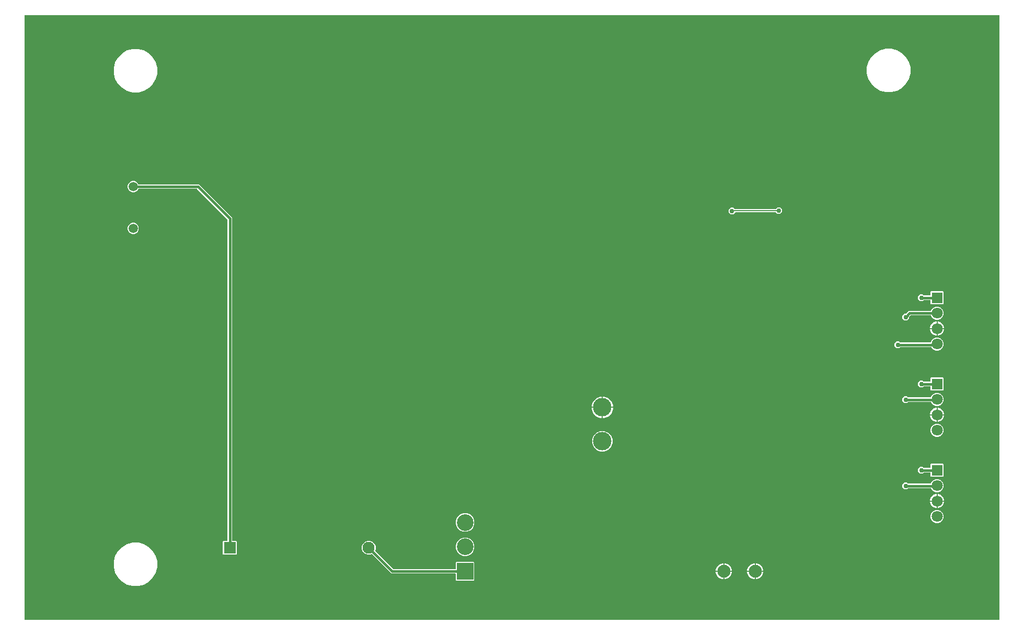
<source format=gbr>
G04 EAGLE Gerber RS-274X export*
G75*
%MOMM*%
%FSLAX34Y34*%
%LPD*%
%INBottom Copper*%
%IPPOS*%
%AMOC8*
5,1,8,0,0,1.08239X$1,22.5*%
G01*
G04 Define Apertures*
%ADD10R,1.800000X1.800000*%
%ADD11C,1.800000*%
%ADD12R,2.700000X2.700000*%
%ADD13C,2.700000*%
%ADD14C,3.000000*%
%ADD15C,1.508000*%
%ADD16R,1.950000X1.950000*%
%ADD17C,1.950000*%
%ADD18C,2.100000*%
%ADD19C,0.756400*%
%ADD20C,0.406400*%
%ADD21C,0.152400*%
%ADD22C,8.000000*%
G36*
X1589375Y10220D02*
X1589078Y10160D01*
X10922Y10160D01*
X10647Y10211D01*
X10392Y10375D01*
X10220Y10625D01*
X10160Y10922D01*
X10160Y989078D01*
X10211Y989353D01*
X10375Y989608D01*
X10625Y989780D01*
X10922Y989840D01*
X1589078Y989840D01*
X1589353Y989789D01*
X1589608Y989625D01*
X1589780Y989375D01*
X1589840Y989078D01*
X1589840Y10922D01*
X1589789Y10647D01*
X1589625Y10392D01*
X1589375Y10220D01*
G37*
%LPC*%
G36*
X1405371Y864940D02*
X1414629Y864940D01*
X1423571Y867336D01*
X1431589Y871965D01*
X1438135Y878511D01*
X1442764Y886529D01*
X1445160Y895471D01*
X1445160Y904729D01*
X1442764Y913671D01*
X1438135Y921689D01*
X1431589Y928235D01*
X1423571Y932864D01*
X1414629Y935260D01*
X1405371Y935260D01*
X1396429Y932864D01*
X1388411Y928235D01*
X1381865Y921689D01*
X1377236Y913671D01*
X1374840Y904729D01*
X1374840Y895471D01*
X1377236Y886529D01*
X1381865Y878511D01*
X1388411Y871965D01*
X1396429Y867336D01*
X1405371Y864940D01*
G37*
G36*
X185371Y864840D02*
X194629Y864840D01*
X203571Y867236D01*
X211589Y871865D01*
X218135Y878411D01*
X222764Y886429D01*
X225160Y895371D01*
X225160Y904629D01*
X222764Y913571D01*
X218135Y921589D01*
X211589Y928135D01*
X203571Y932764D01*
X194629Y935160D01*
X185371Y935160D01*
X176429Y932764D01*
X168411Y928135D01*
X161865Y921589D01*
X157236Y913571D01*
X154840Y904629D01*
X154840Y895371D01*
X157236Y886429D01*
X161865Y878411D01*
X168411Y871865D01*
X176429Y867236D01*
X185371Y864840D01*
G37*
G36*
X332519Y115726D02*
X353281Y115726D01*
X354174Y116619D01*
X354174Y137381D01*
X353281Y138274D01*
X347218Y138274D01*
X346943Y138325D01*
X346688Y138489D01*
X346516Y138739D01*
X346456Y139036D01*
X346456Y661873D01*
X292773Y715556D01*
X195147Y715556D01*
X194867Y715609D01*
X194613Y715775D01*
X194443Y716026D01*
X193984Y717134D01*
X191434Y719684D01*
X188103Y721064D01*
X184497Y721064D01*
X181166Y719684D01*
X178616Y717134D01*
X177236Y713803D01*
X177236Y710197D01*
X178616Y706866D01*
X181166Y704316D01*
X184497Y702936D01*
X188103Y702936D01*
X191434Y704316D01*
X193984Y706866D01*
X194443Y707974D01*
X194600Y708212D01*
X194850Y708384D01*
X195147Y708444D01*
X289511Y708444D01*
X289797Y708388D01*
X290050Y708221D01*
X339121Y659150D01*
X339284Y658909D01*
X339344Y658611D01*
X339344Y139036D01*
X339293Y138761D01*
X339129Y138506D01*
X338879Y138334D01*
X338582Y138274D01*
X332519Y138274D01*
X331626Y137381D01*
X331626Y116619D01*
X332519Y115726D01*
G37*
G36*
X1154027Y667270D02*
X1158422Y667270D01*
X1161744Y670591D01*
X1161985Y670754D01*
X1162282Y670814D01*
X1226367Y670814D01*
X1226653Y670758D01*
X1226905Y670591D01*
X1229702Y667794D01*
X1234098Y667794D01*
X1237206Y670902D01*
X1237206Y675298D01*
X1234098Y678406D01*
X1229702Y678406D01*
X1226905Y675609D01*
X1226664Y675446D01*
X1226367Y675386D01*
X1161233Y675386D01*
X1160947Y675442D01*
X1160695Y675609D01*
X1158422Y677882D01*
X1154027Y677882D01*
X1150918Y674773D01*
X1150918Y670378D01*
X1154027Y667270D01*
G37*
G36*
X184497Y635436D02*
X188103Y635436D01*
X191434Y636816D01*
X193984Y639366D01*
X195364Y642697D01*
X195364Y646303D01*
X193984Y649634D01*
X191434Y652184D01*
X188103Y653564D01*
X184497Y653564D01*
X181166Y652184D01*
X178616Y649634D01*
X177236Y646303D01*
X177236Y642697D01*
X178616Y639366D01*
X181166Y636816D01*
X184497Y635436D01*
G37*
G36*
X1478809Y521606D02*
X1498071Y521606D01*
X1498964Y522499D01*
X1498964Y541761D01*
X1498071Y542654D01*
X1478809Y542654D01*
X1477916Y541761D01*
X1477916Y536448D01*
X1477865Y536173D01*
X1477701Y535918D01*
X1477451Y535746D01*
X1477154Y535686D01*
X1467303Y535686D01*
X1467017Y535742D01*
X1466765Y535909D01*
X1465238Y537436D01*
X1460842Y537436D01*
X1457734Y534328D01*
X1457734Y529932D01*
X1460842Y526824D01*
X1465238Y526824D01*
X1466765Y528351D01*
X1467006Y528514D01*
X1467303Y528574D01*
X1477154Y528574D01*
X1477429Y528523D01*
X1477684Y528359D01*
X1477856Y528109D01*
X1477916Y527812D01*
X1477916Y522499D01*
X1478809Y521606D01*
G37*
G36*
X1435442Y495356D02*
X1439838Y495356D01*
X1442946Y498464D01*
X1442946Y500623D01*
X1443002Y500909D01*
X1443169Y501162D01*
X1445358Y503351D01*
X1445599Y503514D01*
X1445897Y503574D01*
X1478013Y503574D01*
X1478293Y503521D01*
X1478547Y503355D01*
X1478717Y503104D01*
X1479518Y501169D01*
X1482479Y498208D01*
X1486347Y496606D01*
X1490533Y496606D01*
X1494401Y498208D01*
X1497362Y501169D01*
X1498964Y505037D01*
X1498964Y509223D01*
X1497362Y513091D01*
X1494401Y516052D01*
X1490533Y517654D01*
X1486347Y517654D01*
X1482479Y516052D01*
X1479518Y513091D01*
X1478717Y511156D01*
X1478560Y510918D01*
X1478310Y510746D01*
X1478013Y510686D01*
X1442635Y510686D01*
X1438140Y506191D01*
X1437899Y506028D01*
X1437601Y505968D01*
X1435442Y505968D01*
X1432334Y502860D01*
X1432334Y498464D01*
X1435442Y495356D01*
G37*
G36*
X1476900Y482892D02*
X1487678Y482892D01*
X1487678Y493670D01*
X1486145Y493670D01*
X1481903Y491913D01*
X1478657Y488667D01*
X1476900Y484425D01*
X1476900Y482892D01*
G37*
G36*
X1489202Y482892D02*
X1499980Y482892D01*
X1499980Y484425D01*
X1498223Y488667D01*
X1494977Y491913D01*
X1490735Y493670D01*
X1489202Y493670D01*
X1489202Y482892D01*
G37*
G36*
X1489202Y470590D02*
X1490735Y470590D01*
X1494977Y472347D01*
X1498223Y475593D01*
X1499980Y479835D01*
X1499980Y481368D01*
X1489202Y481368D01*
X1489202Y470590D01*
G37*
G36*
X1486145Y470590D02*
X1487678Y470590D01*
X1487678Y481368D01*
X1476900Y481368D01*
X1476900Y479835D01*
X1478657Y475593D01*
X1481903Y472347D01*
X1486145Y470590D01*
G37*
G36*
X1486347Y446606D02*
X1490533Y446606D01*
X1494401Y448208D01*
X1497362Y451169D01*
X1498964Y455037D01*
X1498964Y459223D01*
X1497362Y463091D01*
X1494401Y466052D01*
X1490533Y467654D01*
X1486347Y467654D01*
X1482479Y466052D01*
X1479518Y463091D01*
X1478220Y459956D01*
X1478063Y459718D01*
X1477813Y459546D01*
X1477516Y459486D01*
X1429203Y459486D01*
X1428917Y459542D01*
X1428665Y459709D01*
X1427138Y461236D01*
X1422742Y461236D01*
X1419634Y458128D01*
X1419634Y453732D01*
X1422742Y450624D01*
X1427138Y450624D01*
X1428665Y452151D01*
X1428906Y452314D01*
X1429203Y452374D01*
X1478510Y452374D01*
X1478790Y452321D01*
X1479044Y452155D01*
X1479214Y451904D01*
X1479518Y451169D01*
X1482479Y448208D01*
X1486347Y446606D01*
G37*
G36*
X1478809Y381906D02*
X1498071Y381906D01*
X1498964Y382799D01*
X1498964Y402061D01*
X1498071Y402954D01*
X1478809Y402954D01*
X1477916Y402061D01*
X1477916Y396748D01*
X1477865Y396473D01*
X1477701Y396218D01*
X1477451Y396046D01*
X1477154Y395986D01*
X1467303Y395986D01*
X1467017Y396042D01*
X1466765Y396209D01*
X1465238Y397736D01*
X1460842Y397736D01*
X1457734Y394628D01*
X1457734Y390232D01*
X1460842Y387124D01*
X1465238Y387124D01*
X1466765Y388651D01*
X1467006Y388814D01*
X1467303Y388874D01*
X1477154Y388874D01*
X1477429Y388823D01*
X1477684Y388659D01*
X1477856Y388409D01*
X1477916Y388112D01*
X1477916Y382799D01*
X1478809Y381906D01*
G37*
G36*
X1486347Y356906D02*
X1490533Y356906D01*
X1494401Y358508D01*
X1497362Y361469D01*
X1498964Y365337D01*
X1498964Y369523D01*
X1497362Y373391D01*
X1494401Y376352D01*
X1490533Y377954D01*
X1486347Y377954D01*
X1482479Y376352D01*
X1479518Y373391D01*
X1478551Y371056D01*
X1478394Y370818D01*
X1478144Y370646D01*
X1477847Y370586D01*
X1441903Y370586D01*
X1441617Y370642D01*
X1441365Y370809D01*
X1439838Y372336D01*
X1435442Y372336D01*
X1432334Y369228D01*
X1432334Y364832D01*
X1435442Y361724D01*
X1439838Y361724D01*
X1441365Y363251D01*
X1441606Y363414D01*
X1441903Y363474D01*
X1478178Y363474D01*
X1478459Y363421D01*
X1478713Y363255D01*
X1478882Y363004D01*
X1479518Y361469D01*
X1482479Y358508D01*
X1486347Y356906D01*
G37*
G36*
X928760Y355262D02*
X945538Y355262D01*
X945538Y372040D01*
X942811Y372040D01*
X936364Y369370D01*
X931430Y364436D01*
X928760Y357989D01*
X928760Y355262D01*
G37*
G36*
X947062Y355262D02*
X963840Y355262D01*
X963840Y357989D01*
X961170Y364436D01*
X956236Y369370D01*
X949789Y372040D01*
X947062Y372040D01*
X947062Y355262D01*
G37*
G36*
X1476900Y343192D02*
X1487678Y343192D01*
X1487678Y353970D01*
X1486145Y353970D01*
X1481903Y352213D01*
X1478657Y348967D01*
X1476900Y344725D01*
X1476900Y343192D01*
G37*
G36*
X1489202Y343192D02*
X1499980Y343192D01*
X1499980Y344725D01*
X1498223Y348967D01*
X1494977Y352213D01*
X1490735Y353970D01*
X1489202Y353970D01*
X1489202Y343192D01*
G37*
G36*
X947062Y336960D02*
X949789Y336960D01*
X956236Y339630D01*
X961170Y344564D01*
X963840Y351011D01*
X963840Y353738D01*
X947062Y353738D01*
X947062Y336960D01*
G37*
G36*
X942811Y336960D02*
X945538Y336960D01*
X945538Y353738D01*
X928760Y353738D01*
X928760Y351011D01*
X931430Y344564D01*
X936364Y339630D01*
X942811Y336960D01*
G37*
G36*
X1489202Y330890D02*
X1490735Y330890D01*
X1494977Y332647D01*
X1498223Y335893D01*
X1499980Y340135D01*
X1499980Y341668D01*
X1489202Y341668D01*
X1489202Y330890D01*
G37*
G36*
X1486145Y330890D02*
X1487678Y330890D01*
X1487678Y341668D01*
X1476900Y341668D01*
X1476900Y340135D01*
X1478657Y335893D01*
X1481903Y332647D01*
X1486145Y330890D01*
G37*
G36*
X1486347Y306906D02*
X1490533Y306906D01*
X1494401Y308508D01*
X1497362Y311469D01*
X1498964Y315337D01*
X1498964Y319523D01*
X1497362Y323391D01*
X1494401Y326352D01*
X1490533Y327954D01*
X1486347Y327954D01*
X1482479Y326352D01*
X1479518Y323391D01*
X1477916Y319523D01*
X1477916Y315337D01*
X1479518Y311469D01*
X1482479Y308508D01*
X1486347Y306906D01*
G37*
G36*
X943013Y282976D02*
X949587Y282976D01*
X955660Y285492D01*
X960308Y290140D01*
X962824Y296213D01*
X962824Y302787D01*
X960308Y308860D01*
X955660Y313508D01*
X949587Y316024D01*
X943013Y316024D01*
X936940Y313508D01*
X932292Y308860D01*
X929776Y302787D01*
X929776Y296213D01*
X932292Y290140D01*
X936940Y285492D01*
X943013Y282976D01*
G37*
G36*
X1478809Y242206D02*
X1498071Y242206D01*
X1498964Y243099D01*
X1498964Y262361D01*
X1498071Y263254D01*
X1478809Y263254D01*
X1477916Y262361D01*
X1477916Y257048D01*
X1477865Y256773D01*
X1477701Y256518D01*
X1477451Y256346D01*
X1477154Y256286D01*
X1467303Y256286D01*
X1467017Y256342D01*
X1466765Y256509D01*
X1465238Y258036D01*
X1460842Y258036D01*
X1457734Y254928D01*
X1457734Y250532D01*
X1460842Y247424D01*
X1465238Y247424D01*
X1466765Y248951D01*
X1467006Y249114D01*
X1467303Y249174D01*
X1477154Y249174D01*
X1477429Y249123D01*
X1477684Y248959D01*
X1477856Y248709D01*
X1477916Y248412D01*
X1477916Y243099D01*
X1478809Y242206D01*
G37*
G36*
X1486347Y217206D02*
X1490533Y217206D01*
X1494401Y218808D01*
X1497362Y221769D01*
X1498964Y225637D01*
X1498964Y229823D01*
X1497362Y233691D01*
X1494401Y236652D01*
X1490533Y238254D01*
X1486347Y238254D01*
X1482479Y236652D01*
X1479518Y233691D01*
X1478551Y231356D01*
X1478394Y231118D01*
X1478144Y230946D01*
X1477847Y230886D01*
X1441903Y230886D01*
X1441617Y230942D01*
X1441365Y231109D01*
X1439838Y232636D01*
X1435442Y232636D01*
X1432334Y229528D01*
X1432334Y225132D01*
X1435442Y222024D01*
X1439838Y222024D01*
X1441365Y223551D01*
X1441606Y223714D01*
X1441903Y223774D01*
X1478178Y223774D01*
X1478459Y223721D01*
X1478713Y223555D01*
X1478882Y223304D01*
X1479518Y221769D01*
X1482479Y218808D01*
X1486347Y217206D01*
G37*
G36*
X1476900Y203492D02*
X1487678Y203492D01*
X1487678Y214270D01*
X1486145Y214270D01*
X1481903Y212513D01*
X1478657Y209267D01*
X1476900Y205025D01*
X1476900Y203492D01*
G37*
G36*
X1489202Y203492D02*
X1499980Y203492D01*
X1499980Y205025D01*
X1498223Y209267D01*
X1494977Y212513D01*
X1490735Y214270D01*
X1489202Y214270D01*
X1489202Y203492D01*
G37*
G36*
X1489202Y191190D02*
X1490735Y191190D01*
X1494977Y192947D01*
X1498223Y196193D01*
X1499980Y200435D01*
X1499980Y201968D01*
X1489202Y201968D01*
X1489202Y191190D01*
G37*
G36*
X1486145Y191190D02*
X1487678Y191190D01*
X1487678Y201968D01*
X1476900Y201968D01*
X1476900Y200435D01*
X1478657Y196193D01*
X1481903Y192947D01*
X1486145Y191190D01*
G37*
G36*
X1486347Y167206D02*
X1490533Y167206D01*
X1494401Y168808D01*
X1497362Y171769D01*
X1498964Y175637D01*
X1498964Y179823D01*
X1497362Y183691D01*
X1494401Y186652D01*
X1490533Y188254D01*
X1486347Y188254D01*
X1482479Y186652D01*
X1479518Y183691D01*
X1477916Y179823D01*
X1477916Y175637D01*
X1479518Y171769D01*
X1482479Y168808D01*
X1486347Y167206D01*
G37*
G36*
X720912Y153076D02*
X726888Y153076D01*
X732410Y155363D01*
X736637Y159590D01*
X738924Y165112D01*
X738924Y171088D01*
X736637Y176610D01*
X732410Y180837D01*
X726888Y183124D01*
X720912Y183124D01*
X715390Y180837D01*
X711163Y176610D01*
X708876Y171088D01*
X708876Y165112D01*
X711163Y159590D01*
X715390Y155363D01*
X720912Y153076D01*
G37*
G36*
X720912Y113476D02*
X726888Y113476D01*
X732410Y115763D01*
X736637Y119990D01*
X738924Y125512D01*
X738924Y131488D01*
X736637Y137010D01*
X732410Y141237D01*
X726888Y143524D01*
X720912Y143524D01*
X715390Y141237D01*
X711163Y137010D01*
X708876Y131488D01*
X708876Y125512D01*
X711163Y119990D01*
X715390Y115763D01*
X720912Y113476D01*
G37*
G36*
X709769Y73876D02*
X738031Y73876D01*
X738924Y74769D01*
X738924Y103031D01*
X738031Y103924D01*
X709769Y103924D01*
X708876Y103031D01*
X708876Y93218D01*
X708825Y92943D01*
X708661Y92688D01*
X708411Y92516D01*
X708114Y92456D01*
X607789Y92456D01*
X607503Y92512D01*
X607250Y92679D01*
X578362Y121567D01*
X578201Y121803D01*
X578139Y122100D01*
X578197Y122398D01*
X579174Y124757D01*
X579174Y129243D01*
X577458Y133386D01*
X574286Y136558D01*
X570143Y138274D01*
X565657Y138274D01*
X561514Y136558D01*
X558342Y133386D01*
X556626Y129243D01*
X556626Y124757D01*
X558342Y120614D01*
X561514Y117442D01*
X565657Y115726D01*
X570143Y115726D01*
X572502Y116703D01*
X572782Y116761D01*
X573080Y116706D01*
X573333Y116538D01*
X604527Y85344D01*
X708114Y85344D01*
X708389Y85293D01*
X708644Y85129D01*
X708816Y84879D01*
X708876Y84582D01*
X708876Y74769D01*
X709769Y73876D01*
G37*
G36*
X185371Y64840D02*
X194629Y64840D01*
X203571Y67236D01*
X211589Y71865D01*
X218135Y78411D01*
X222764Y86429D01*
X225160Y95371D01*
X225160Y104629D01*
X222764Y113571D01*
X218135Y121589D01*
X211589Y128135D01*
X203571Y132764D01*
X194629Y135160D01*
X185371Y135160D01*
X176429Y132764D01*
X168411Y128135D01*
X161865Y121589D01*
X157236Y113571D01*
X154840Y104629D01*
X154840Y95371D01*
X157236Y86429D01*
X161865Y78411D01*
X168411Y71865D01*
X176429Y67236D01*
X185371Y64840D01*
G37*
G36*
X1180760Y89662D02*
X1193038Y89662D01*
X1193038Y101940D01*
X1191206Y101940D01*
X1186413Y99955D01*
X1182745Y96287D01*
X1180760Y91494D01*
X1180760Y89662D01*
G37*
G36*
X1129960Y89662D02*
X1142238Y89662D01*
X1142238Y101940D01*
X1140406Y101940D01*
X1135613Y99955D01*
X1131945Y96287D01*
X1129960Y91494D01*
X1129960Y89662D01*
G37*
G36*
X1143762Y89662D02*
X1156040Y89662D01*
X1156040Y91494D01*
X1154055Y96287D01*
X1150387Y99955D01*
X1145594Y101940D01*
X1143762Y101940D01*
X1143762Y89662D01*
G37*
G36*
X1194562Y89662D02*
X1206840Y89662D01*
X1206840Y91494D01*
X1204855Y96287D01*
X1201187Y99955D01*
X1196394Y101940D01*
X1194562Y101940D01*
X1194562Y89662D01*
G37*
G36*
X1194562Y75860D02*
X1196394Y75860D01*
X1201187Y77845D01*
X1204855Y81513D01*
X1206840Y86306D01*
X1206840Y88138D01*
X1194562Y88138D01*
X1194562Y75860D01*
G37*
G36*
X1191206Y75860D02*
X1193038Y75860D01*
X1193038Y88138D01*
X1180760Y88138D01*
X1180760Y86306D01*
X1182745Y81513D01*
X1186413Y77845D01*
X1191206Y75860D01*
G37*
G36*
X1143762Y75860D02*
X1145594Y75860D01*
X1150387Y77845D01*
X1154055Y81513D01*
X1156040Y86306D01*
X1156040Y88138D01*
X1143762Y88138D01*
X1143762Y75860D01*
G37*
G36*
X1140406Y75860D02*
X1142238Y75860D01*
X1142238Y88138D01*
X1129960Y88138D01*
X1129960Y86306D01*
X1131945Y81513D01*
X1135613Y77845D01*
X1140406Y75860D01*
G37*
%LPD*%
D10*
X1488440Y532130D03*
D11*
X1488440Y507130D03*
X1488440Y482130D03*
X1488440Y457130D03*
D10*
X1488440Y392430D03*
D11*
X1488440Y367430D03*
X1488440Y342430D03*
X1488440Y317430D03*
D10*
X1488440Y252730D03*
D11*
X1488440Y227730D03*
X1488440Y202730D03*
X1488440Y177730D03*
D12*
X723900Y88900D03*
D13*
X723900Y128500D03*
X723900Y168100D03*
D14*
X946300Y299500D03*
X946300Y354500D03*
D15*
X186300Y712000D03*
X186300Y644500D03*
D16*
X342900Y127000D03*
D17*
X567900Y127000D03*
D18*
X1143000Y88900D03*
X1193800Y88900D03*
D19*
X1437640Y227330D03*
X1437640Y367030D03*
X1437640Y500662D03*
D20*
X1437640Y367030D02*
X1488440Y367030D01*
D21*
X1488440Y367430D01*
D20*
X1488040Y227330D02*
X1437640Y227330D01*
X1488040Y227330D02*
X1488440Y227730D01*
X1437640Y500662D02*
X1444108Y507130D01*
X1488440Y507130D01*
D22*
X1409700Y100076D03*
D19*
X1424940Y455930D03*
D20*
X1487240Y455930D01*
X1488440Y457130D01*
D19*
X1156224Y672576D03*
X1231900Y673100D03*
D21*
X1156749Y673100D02*
X1156224Y672576D01*
X1156749Y673100D02*
X1231900Y673100D01*
D19*
X1463040Y252730D03*
X1463040Y392430D03*
X1463040Y532130D03*
D20*
X1488440Y532130D01*
X1488440Y392430D02*
X1463040Y392430D01*
X1463040Y252730D02*
X1488440Y252730D01*
X723900Y88900D02*
X606000Y88900D01*
X567900Y127000D01*
X342900Y127000D02*
X342900Y660400D01*
X291300Y712000D01*
X186300Y712000D01*
M02*

</source>
